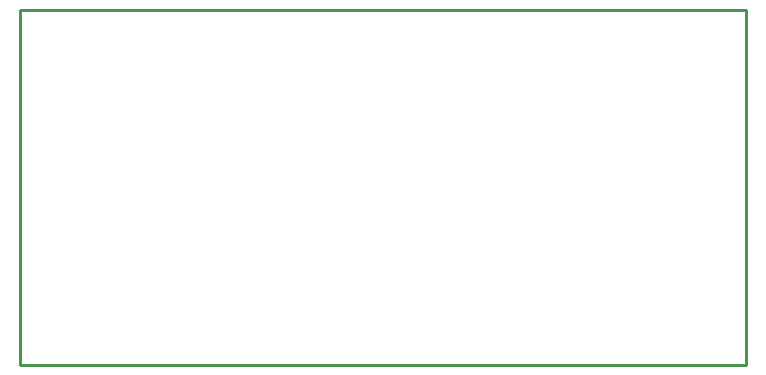
<source format=gm1>
G04*
G04 #@! TF.GenerationSoftware,Altium Limited,Altium Designer,18.1.9 (240)*
G04*
G04 Layer_Color=16711935*
%FSLAX25Y25*%
%MOIN*%
G70*
G01*
G75*
%ADD16C,0.01000*%
D16*
X0Y0D02*
X242126D01*
X0D02*
Y118110D01*
X242126D01*
Y0D02*
Y118110D01*
M02*

</source>
